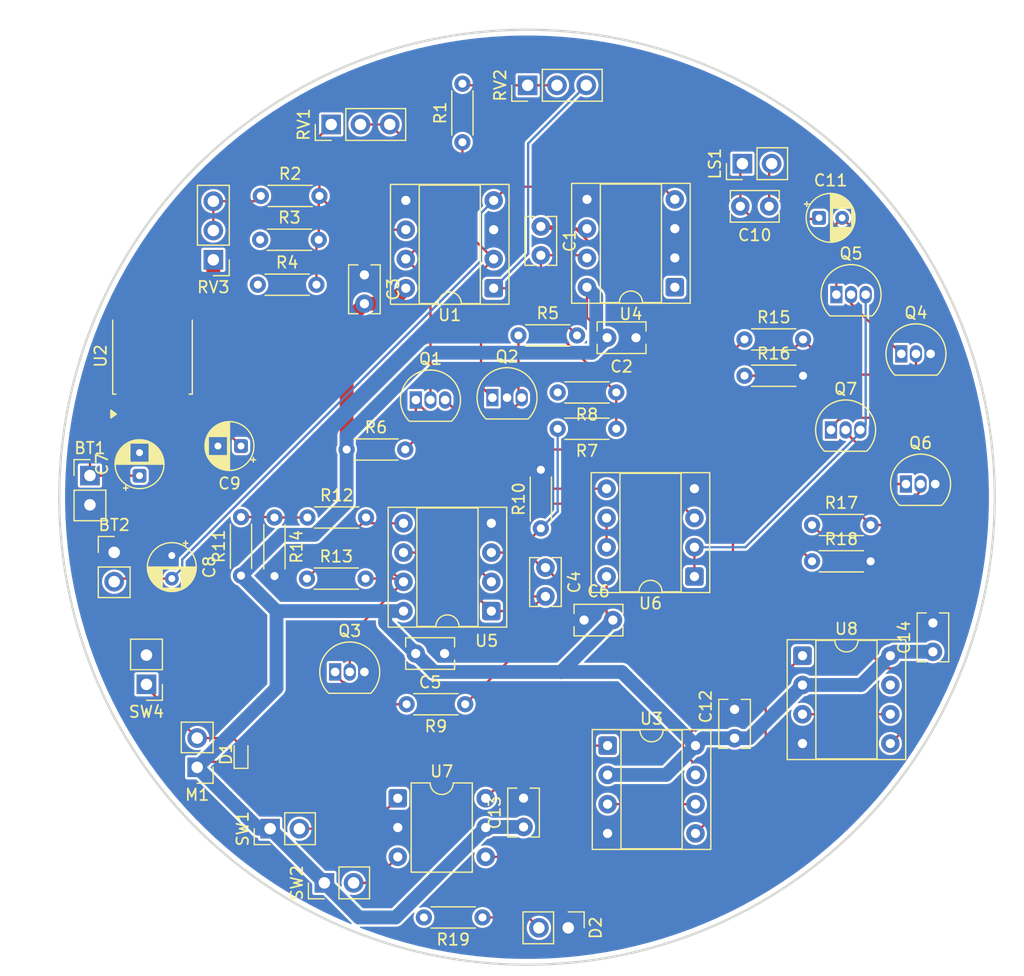
<source format=kicad_pcb>
(kicad_pcb (version 20241229) (generator "pcbnew") (generator_version "9.0")
  (layers (0 "F.Cu" signal) (2 "B.Cu" signal) (13 "F.Paste" user) (15 "B.Paste" user) (5 "F.SilkS" user "F.Silkscreen") (7 "B.SilkS" user "B.Silkscreen") (1 "F.Mask" user) (3 "B.Mask" user) (25 "Edge.Cuts" user))
  (net 0 "")
  (net 1 "Net-(BT1-+)")
  (net 2 "GND")
  (net 3 "Net-(Q1-C)")
  (net 4 "Net-(C1-Pad2)")
  (net 5 "VCC")
  (net 6 "Net-(U5B--)")
  (net 7 "Net-(U5A-+)")
  (net 8 "+5V")
  (net 9 "Net-(C10-Pad2)")
  (net 10 "Net-(C10-Pad1)")
  (net 11 "Net-(Q5-D)")
  (net 12 "Net-(D1-A)")
  (net 13 "Net-(D2-A)")
  (net 14 "/VIN")
  (net 15 "Net-(Q1-E)")
  (net 16 "Net-(Q2-C)")
  (net 17 "Net-(Q3-B)")
  (net 18 "Net-(Q3-C)")
  (net 19 "Net-(Q4-G)")
  (net 20 "Net-(Q4-D)")
  (net 21 "/TRI")
  (net 22 "Net-(Q6-G)")
  (net 23 "Net-(Q6-D)")
  (net 24 "Net-(R1-Pad2)")
  (net 25 "/KEY")
  (net 26 "Net-(U1B--)")
  (net 27 "/MOD")
  (net 28 "/LFO")
  (net 29 "/VEXPO")
  (net 30 "Net-(U5A--)")
  (net 31 "/VREF")
  (net 32 "Net-(U5B-+)")
  (net 33 "Net-(U3-Q)")
  (net 34 "Net-(U8-Q)")
  (net 35 "Net-(U7-2A)")
  (net 36 "Net-(U7-1A)")
  (net 37 "VEE")
  (net 39 "Net-(U3-C)")
  (net 40 "Net-(U3-~{CLR})")
  (net 42 "/SQUARE")
  (net 43 "Net-(U7-2Y)")
  (net 44 "Net-(U8-~{CLR})")
  (footprint "Capacitor_THT:C_Rect_L4.0mm_W2.5mm_P2.50mm" (layer "F.Cu") (at 66.3 106.95 90)
    (property "Reference" "C13")
    (property "Value" "100nF")
  )
  (footprint "Connector_PinHeader_2.54mm:PinHeader_1x02_P2.54mm_Vertical" (layer "F.Cu") (at 33.6 94.575 180)
    (property "Reference" "SW4")
    (property "Value" "SW_SPDT")
  )
  (footprint "Package_DIP:DIP-8_W7.62mm_Socket" (layer "F.Cu") (at 81.12 85.22 180)
    (property "Reference" "U6")
    (property "Value" "LM358")
  )
  (footprint "Capacitor_THT:CP_Radial_D4.0mm_P2.00mm" (layer "F.Cu") (at 41.8 73.9 180)
    (property "Reference" "C9")
    (property "Value" "10uF")
  )
  (footprint "Resistor_THT:R_Axial_DIN0204_L3.6mm_D1.6mm_P5.08mm_Horizontal" (layer "F.Cu") (at 61.24 96.3 180)
    (property "Reference" "R9")
    (property "Value" "56k")
  )
  (footprint "Resistor_THT:R_Axial_DIN0204_L3.6mm_D1.6mm_P5.08mm_Horizontal" (layer "F.Cu") (at 61 47.54 90)
    (property "Reference" "R1")
    (property "Value" "22k")
  )
  (footprint "Capacitor_THT:CP_Radial_D4.0mm_P2.00mm" (layer "F.Cu") (at 33 76.4726 90)
    (property "Reference" "C7")
    (property "Value" "10uF")
  )
  (footprint "Connector_PinHeader_2.54mm:PinHeader_1x02_P2.54mm_Vertical" (layer "F.Cu") (at 28.7 76.46)
    (property "Reference" "BT1")
    (property "Value" "Battery_Cell")
  )
  (footprint "Resistor_THT:R_Axial_DIN0204_L3.6mm_D1.6mm_P5.08mm_Horizontal" (layer "F.Cu") (at 47.56 80.1)
    (property "Reference" "R12")
    (property "Value" "56k")
  )
  (footprint "Capacitor_THT:C_Rect_L4.0mm_W2.5mm_P2.50mm" (layer "F.Cu") (at 52.5 59.05 -90)
    (property "Reference" "C3")
    (property "Value" "100nF")
  )
  (footprint "Resistor_THT:R_Axial_DIN0204_L3.6mm_D1.6mm_P5.08mm_Horizontal" (layer "F.Cu") (at 44.7 80.1 -90)
    (property "Reference" "R14")
    (property "Value" "100k")
  )
  (footprint "Capacitor_THT:CP_Radial_D4.0mm_P2.00mm" (layer "F.Cu") (at 91.927401 54.1)
    (property "Reference" "C11")
    (property "Value" "220uF")
  )
  (footprint "Capacitor_THT:C_Rect_L4.0mm_W2.5mm_P2.50mm" (layer "F.Cu") (at 59.45 91.9 180)
    (property "Reference" "C5")
    (property "Value" "100nF")
  )
  (footprint "Resistor_THT:R_Axial_DIN0204_L3.6mm_D1.6mm_P5.08mm_Horizontal" (layer "F.Cu") (at 74.34 72.4 180)
    (property "Reference" "R7")
    (property "Value" "100k")
  )
  (footprint "Package_TO_SOT_THT:TO-92_Inline" (layer "F.Cu") (at 56.96 69.9)
    (property "Reference" "Q1")
    (property "Value" "BC548")
  )
  (footprint "Connector_PinHeader_2.54mm:PinHeader_1x02_P2.54mm_Vertical" (layer "F.Cu") (at 70.175 115.7 -90)
    (property "Reference" "D2")
    (property "Value" "LED")
  )
  (footprint "Connector_PinHeader_2.54mm:PinHeader_1x03_P2.54mm_Vertical" (layer "F.Cu") (at 66.66 42.6 90)
    (property "Reference" "RV2")
    (property "Value" "10k")
  )
  (footprint "Package_TO_SOT_THT:TO-92_Inline" (layer "F.Cu") (at 99.06 65.9)
    (property "Reference" "Q4")
    (property "Value" "NMOS")
  )
  (footprint "Connector_PinHeader_2.54mm:PinHeader_1x03_P2.54mm_Vertical" (layer "F.Cu") (at 39.4 57.74 180)
    (property "Reference" "RV3")
    (property "Value" "100k")
  )
  (footprint "Resistor_THT:R_Axial_DIN0204_L3.6mm_D1.6mm_P5.08mm_Horizontal" (layer "F.Cu") (at 91.32 80.75)
    (property "Reference" "R17")
    (property "Value" "56k")
  )
  (footprint "Resistor_THT:R_Axial_DIN0204_L3.6mm_D1.6mm_P5.08mm_Horizontal" (layer "F.Cu") (at 43.46 56)
    (property "Reference" "R3")
    (property "Value" "100k")
  )
  (footprint "Package_TO_SOT_SMD:TO-252-3_TabPin2" (layer "F.Cu") (at 34.125 66.085 90)
    (property "Reference" "U2")
    (property "Value" "L7805")
  )
  (footprint "Connector_PinHeader_2.54mm:PinHeader_1x02_P2.54mm_Vertical" (layer "F.Cu") (at 44.325 107.1 90)
    (property "Reference" "SW1")
    (property "Value" "SW_Push")
  )
  (footprint "Package_TO_SOT_THT:TO-92_Inline" (layer "F.Cu") (at 63.6 69.7)
    (property "Reference" "Q2")
    (property "Value" "BC548")
  )
  (footprint "Resistor_THT:R_Axial_DIN0204_L3.6mm_D1.6mm_P5.08mm_Horizontal" (layer "F.Cu") (at 43.26 59.9)
    (property "Reference" "R4")
    (property "Value" "100k")
  )
  (footprint "Package_DIP:DIP-8_W7.62mm_Socket" (layer "F.Cu") (at 63.71 60.21 180)
    (property "Reference" "U1")
    (property "Value" "LM358")
  )
  (footprint "Resistor_THT:R_Axial_DIN0204_L3.6mm_D1.6mm_P5.08mm_Horizontal" (layer "F.Cu") (at 43.52 52.2)
    (property "Reference" "R2")
    (property "Value" "100k")
  )
  (footprint "Capacitor_THT:C_Rect_L4.0mm_W2.5mm_P2.50mm" (layer "F.Cu") (at 71.55 89)
    (property "Reference" "C6")
    (property "Value" "100nF")
  )
  (footprint "Capacitor_THT:C_Rect_L4.0mm_W2.5mm_P2.50mm" (layer "F.Cu") (at 84.6 99.25 90)
    (property "Reference" "C12")
    (property "Value" "100nF")
  )
  (footprint "Connector_PinHeader_2.54mm:PinHeader_1x02_P2.54mm_Vertical" (layer "F.Cu") (at 85.275 49.4 90)
    (property "Reference" "LS1")
    (property "Value" "Speaker")
  )
  (footprint "Package_TO_SOT_THT:TO-92_Inline" (layer "F.Cu") (at 49.96 93.5)
    (property "Reference" "Q3")
    (property "Value" "BC548")
  )
  (footprint "Resistor_THT:R_Axial_DIN0204_L3.6mm_D1.6mm_P5.08mm_Horizontal" (layer "F.Cu") (at 67.8 81.04 90)
    (property "Reference" "R10")
    (property "Value" "56k")
  )
  (footprint "Diode_SMD:D_SOD-523" (layer "F.Cu") (at 41.8 100.6 90)
    (property "Reference" "D1")
    (property "Value" "1N4148WT")
  )
  (footprint "Package_TO_SOT_THT:TO-92_Inline" (layer "F.Cu") (at 99.46 77.2)
    (property "Reference" "Q6")
    (property "Value" "NMOS")
  )
  (footprint "Package_TO_SOT_THT:TO-92_Inline" (layer "F.Cu") (at 92.96 72.5)
    (property "Reference" "Q7")
    (property "Value" "PMOS")
  )
  (footprint "Resistor_THT:R_Axial_DIN0204_L3.6mm_D1.6mm_P5.08mm_Horizontal" (layer "F.Cu") (at 62.74 114.8 180)
    (property "Reference" "R19")
    (property "Value" "1k")
  )
  (footprint "Connector_PinHeader_2.54mm:PinHeader_1x02_P2.54mm_Vertical" (layer "F.Cu") (at 38 101.775 180)
    (property "Reference" "M1")
    (property "Value" "Fan")
  )
  (footprint "Resistor_THT:R_Axial_DIN0204_L3.6mm_D1.6mm_P5.08mm_Horizontal" (layer "F.Cu") (at 85.46 64.65)
    (property "Reference" "R15")
    (property "Value" "56k")
  )
  (footprint "Capacitor_THT:C_Rect_L4.0mm_W2.5mm_P2.50mm" (layer "F.Cu") (at 67.8 54.85 -90)
    (property "Reference" "C1")
    (property "Value" "1nf")
  )
  (footprint "Capacitor_THT:C_Rect_L4.0mm_W2.5mm_P2.50mm" (layer "F.Cu") (at 87.6 53.1 180)
    (property "Reference" "C10")
    (property "Value" "4.7nF")
  )
  (footprint "Resistor_THT:R_Axial_DIN0204_L3.6mm_D1.6mm_P5.08mm_Horizontal" (layer "F.Cu") (at 74.34 69.25 180)
    (property "Reference" "R8")
    (property "Value" "56k")
  )
  (footprint "Capacitor_THT:C_Rect_L4.0mm_W2.5mm_P2.50mm" (layer "F.Cu") (at 68.2 84.45 -90)
    (property "Reference" "C4")
    (property "Value" "4nF")
  )
  (footprint "Connector_PinHeader_2.54mm:PinHeader_1x03_P2.54mm_Vertical" (layer "F.Cu") (at 49.62 46 90)
    (property "Reference" "RV1")
    (property "Value" "10k")
  )
  (footprint "Connector_PinHeader_2.54mm:PinHeader_1x02_P2.54mm_Vertical" (layer "F.Cu") (at 49.025 111.8 90)
    (property "Reference" "SW2")
    (property "Value" "SW_Push")
  )
  (footprint "Resistor_THT:R_Axial_DIN0204_L3.6mm_D1.6mm_P5.08mm_Horizontal" (layer "F.Cu") (at 65.86 64.3)
    (property "Reference" "R5")
    (property "Value" "1k")
  )
  (footprint "Capacitor_THT:C_Rect_L4.0mm_W2.5mm_P2.50mm" (layer "F.Cu") (at 101.8 91.75 90)
    (property "Reference" "C14")
    (property "Value" "100nF")
  )
  (footprint "Package_TO_SOT_THT:TO-92_Inline" (layer "F.Cu") (at 93.43 60.76)
    (property "Reference" "Q5")
    (property "Value" "PMOS")
  )
  (footprint "Package_DIP:DIP-6_W7.62mm" (layer "F.Cu") (at 55.395 104.46)
    (property "Reference" "U7")
    (property "Value" "Inverter_Schmitt_Dual")
  )
  (footprint "Resistor_THT:R_Axial_DIN0204_L3.6mm_D1.6mm_P5.08mm_Horizontal" (layer "F.Cu") (at 41.8 85.14 90)
    (property "Reference" "R11")
    (property "Value" "100k")
  )
  (footprint "Resistor_THT:R_Axial_DIN0204_L3.6mm_D1.6mm_P5.08mm_Horizontal" (layer "F.Cu") (at 50.96 74.2)
    (property "Reference" "R6")
    (property "Value" "1M")
  )
  (footprint "Capacitor_THT:C_Rect_L4.0mm_W2.5mm_P2.50mm" (layer "F.Cu") (at 76.05 64.5 180)
    (property "Reference" "C2")
    (property "Value" "100nF")
  )
  (footprint "Package_DIP:DIP-8_W7.62mm_Socket" (layer "F.Cu") (at 73.59 99.89)
    (property "Reference" "U3")
    (property "Value" "74AUC1G74")
  )
  (footprint "Resistor_THT:R_Axial_DIN0204_L3.6mm_D1.6mm_P5.08mm_Horizontal" (layer "F.Cu") (at 47.52 85.4)
    (property "Reference" "R13")
    (property "Value" "100k")
  )
  (footprint "Resistor_THT:R_Axial_DIN0204_L3.6mm_D1.6mm_P5.08mm_Horizontal" (layer "F.Cu") (at 91.32 83.9)
    (property "Reference" "R18")
    (property "Value" "100k")
  )
  (footprint "Package_DIP:DIP-8_W7.62mm_Socket" (layer "F.Cu") (at 63.51 88.22 180)
    (property "Reference" "U5")
    (property "Value" "LM358")
  )
  (footprint "Package_DIP:DIP-8_W7.62mm_Socket" (layer "F.Cu") (at 90.49 92.09)
    (property "Reference" "U8")
    (property "Value" "74AUC1G74")
  )
  (footprint "Package_DIP:DIP-8_W7.62mm_Socket" (layer "F.Cu") (at 79.42 60.12 180)
    (property "Reference" "U4")
    (property "Value" "LM358")
  )
  (footprint "Capacitor_THT:CP_Radial_D4.0mm_P2.00mm" (layer "F.Cu") (at 35.8 83.4 -90)
    (property "Reference" "C8")
    (property "Value" "10uF")
  )
  (footprint "Connector_PinHeader_2.54mm:PinHeader_1x02_P2.54mm_Vertical" (layer "F.Cu") (at 30.8 83.125)
    (property "Reference" "BT2")
    (property "Value" "Battery_Cell")
  )
  (footprint "Resistor_THT:R_Axial_DIN0204_L3.6mm_D1.6mm_P5.08mm_Horizontal" (layer "F.Cu") (at 85.46 67.8)
    (property "Reference" "R16")
    (property "Value" "100k")
  )
  (gr_circle (center 66.6 78.338753) (end 91.29 110.519782) (stroke (width 0.2)) (fill no) (layer "Edge.Cuts"))
  (segment (start 28.7 76.46) (end 28.7 74.27) (width 0.2) (layer "F.Cu") (net 1))
  (segment (start 33 76.4726) (end 28.7126 76.4726) (width 0.2) (layer "F.Cu") (net 1))
  (segment (start 28.7 74.27) (end 31.845 71.125) (width 0.2) (layer "F.Cu") (net 1))
  (segment (start 28.7126 76.4726) (end 28.7 76.46) (width 0.2) (layer "F.Cu") (net 1))
  (segment (start 31.075 83.4) (end 30.8 83.125) (width 0.2) (layer "F.Cu") (net 2))
  (segment (start 74.34 55.04) (end 71.8 52.5) (width 0.2) (layer "F.Cu") (net 2))
  (segment (start 34.125 71.125) (end 34.125 73.3476) (width 0.2) (layer "F.Cu") (net 2))
  (segment (start 79.42 57.58) (end 79.42 55.04) (width 0.2) (layer "F.Cu") (net 2))
  (segment (start 28.7 79) (end 30.8 81.1) (width 0.2) (layer "F.Cu") (net 2))
  (segment (start 36.9 73.9) (end 34.125 71.125) (width 0.2) (layer "F.Cu") (net 2))
  (segment (start 34.125 73.3476) (end 33 74.4726) (width 0.2) (layer "F.Cu") (net 2))
  (segment (start 34.125 71.125) (end 34.125 64.825) (width 0.2) (layer "F.Cu") (net 2))
  (segment (start 30.8 81.1) (end 30.8 83.125) (width 0.2) (layer "F.Cu") (net 2))
  (segment (start 39.8 73.9) (end 36.9 73.9) (width 0.2) (layer "F.Cu") (net 2))
  (segment (start 35.8 83.4) (end 31.075 83.4) (width 0.2) (layer "F.Cu") (net 2))
  (segment (start 79.42 55.04) (end 74.34 55.04) (width 0.2) (layer "F.Cu") (net 2))
  (segment (start 61.13686 74.2) (end 56.96 70.02314) (width 0.2) (layer "F.Cu") (net 3))
  (segment (start 74.754628 58.977578) (end 74.754628 66.954628) (width 0.2) (layer "F.Cu") (net 3))
  (segment (start 56.96 73.28) (end 56.04 74.2) (width 0.2) (layer "F.Cu") (net 3))
  (segment (start 75.7 73) (end 74.5 74.2) (width 0.2) (layer "F.Cu") (net 3))
  (segment (start 74.754628 66.954628) (end 75.7 67.9) (width 0.2) (layer "F.Cu") (net 3))
  (segment (start 56.96 70.02314) (end 56.96 69.9) (width 0.2) (layer "F.Cu") (net 3))
  (segment (start 70.62705 54.85) (end 74.754628 58.977578) (width 0.2) (layer "F.Cu") (net 3))
  (segment (start 56.96 69.9) (end 56.96 73.28) (width 0.2) (layer "F.Cu") (net 3))
  (segment (start 75.7 67.9) (end 75.7 73) (width 0.2) (layer "F.Cu") (net 3))
  (segment (start 71.8 55.04) (end 67.99 55.04) (width 0.2) (layer "F.Cu") (net 3))
  (segment (start 74.5 74.2) (end 61.13686 74.2) (width 0.2) (layer "F.Cu") (net 3))
  (segment (start 67.8 54.85) (end 70.62705 54.85) (width 0.2) (layer "F.Cu") (net 3))
  (segment (start 67.99 55.04) (end 67.8 54.85) (width 0.2) (layer "F.Cu") (net 3))
  (segment (start 70.94 64.3) (end 67.8 61.16) (width 0.2) (layer "F.Cu") (net 4))
  (segment (start 67.8 57.35) (end 71.57 57.35) (width 0.2) (layer "F.Cu") (net 4))
  (segment (start 71.57 57.35) (end 71.8 57.58) (width 0.2) (layer "F.Cu") (net 4))
  (segment (start 67.8 61.16) (end 67.8 57.35) (width 0.2) (layer "F.Cu") (net 4))
  (segment (start 41.8 101.3) (end 38.475 101.3) (width 0.2) (layer "F.Cu") (net 5))
  (segment (start 52.5 61.55) (end 54.75 61.55) (width 1.2) (layer "F.Cu") (net 5))
  (segment (start 66.25 107) (end 66.3 106.95) (width 0.2) (layer "F.Cu") (net 5))
  (segment (start 71.8 62.75) (end 73.55 64.5) (width 0.2) (layer "F.Cu") (net 5))
  (segment (start 39.4 59.79) (end 42.7 63.09) (width 1.2) (layer "F.Cu") (net 5))
  (segment (start 73.5 85.22) (end 73.5 88.45) (width 0.2) (layer "F.Cu") (net 5))
  (segment (start 38.475 101.3) (end 38 101.775) (width 0.2) (layer "F.Cu") (net 5))
  (segment (start 50.96 63.09) (end 52.5 61.55) (width 1.2) (layer "F.Cu") (net 5))
  (segment (start 54.75 61.55) (end 56.09 60.21) (width 1.2) (layer "F.Cu") (net 5))
  (segment (start 73.5 88.45) (end 74.05 89) (width 0.2) (layer "F.Cu") (net 5))
  (segment (start 42.7 63.09) (end 50.96 63.09) (width 1.2) (layer "F.Cu") (net 5))
  (segment (start 39.4 57.74) (end 39.4 59.79) (width 1.2) (layer "F.Cu") (net 5))
  (segment (start 50.96 74.2) (end 50.96 63.09) (width 1.2) (layer "F.Cu") (net 5))
  (segment (start 71.8 60.12) (end 71.8 62.75) (width 0.2) (layer "F.Cu") (net 5))
  (segment (start 101.46 92.09) (end 101.8 91.75) (width 0.2) (layer "F.Cu") (net 5))
  (segment (start 54.3 88.22) (end 54.3 89.25) (width 1.2) (layer "B.Cu") (net 5))
  (segment (start 90.49 94.63) (end 95.57 94.63) (width 1.2) (layer "B.Cu") (net 5))
  (segment (start 44.88 94.895) (end 38 101.775) (width 1.2) (layer "B.Cu") (net 5))
  (segment (start 61.9075 108.1075) (end 63.065 106.95) (width 1.2) (layer "B.Cu") (net 5))
  (segment (start 63.065 106.95) (end 64.5 106.95) (width 1.2) (layer "B.Cu") (net 5))
  (segment (start 69.549 93.501) (end 74.05 89) (width 1.2) (layer "B.Cu") (net 5))
  (segment (start 79.55 101.55) (end 81.21 99.89) (width 1.2) (layer "B.Cu") (net 5))
  (segment (start 50.96 73.023) (end 58.182 65.801) (width 1.2) (layer "B.Cu") (net 5))
  (segment (start 84.6 99.25) (end 85.87 99.25) (width 1.2) (layer "B.Cu") (net 5))
  (segment (start 96.8 93.4) (end 98.11 92.09) (width 1.2) (layer "B.Cu") (net 5))
  (segment (start 55.215 114.8) (end 61.9075 108.1075) (width 1.2) (layer "B.Cu") (net 5))
  (segment (start 56.95 91.9) (end 58.551 93.501) (width 1.2) (layer "B.Cu") (net 5))
  (segment (start 73.59 102.43) (end 78.67 102.43) (width 1.2) (layer "B.Cu") (net 5))
  (segment (start 72.249 65.801) (end 72.599999 65.450001) (width 1.2) (layer "B.Cu") (net 5))
  (segment (start 43.325 107.1) (end 38 101.775) (width 1.2) (layer "B.Cu") (net 5))
  (segment (start 41.8 85.14) (end 44.88 88.22) (width 1.2) (layer "B.Cu") (net 5))
  (segment (start 44.88 88.22) (end 44.88 94.895) (width 1.2) (layer "B.Cu") (net 5))
  (segment (start 44.88 88.22) (end 54.3 88.22) (width 1.2) (layer "B.Cu") (net 5))
  (segment (start 72.249 65.801) (end 73.55 64.5) (width 1.2) (layer "B.Cu") (net 5))
  (segment (start 61.9075 108.1075) (end 63.015 107) (width 1.2) (layer "B.Cu") (net 5))
  (segment (start 72.599999 65.450001) (end 72.599999 60.919999) (width 1.2) (layer "B.Cu") (net 5))
  (segment (start 44.325 107.1) (end 49.025 111.8) (width 1.2) (layer "B.Cu") (net 5))
  (segment (start 45.339 81.601) (end 48.181735 81.601) (width 1.2) (layer "B.Cu") (net 5))
  (segment (start 48.181735 81.601) (end 50.96 78.822735) (width 1.2) (layer "B.Cu") (net 5))
  (segment (start 85.87 99.25) (end 90.49 94.63) (width 1.2) (layer "B.Cu") (net 5))
  (segment (start 79.55 101.55) (end 81.85 99.25) (width 1.2) (layer "B.Cu") (net 5))
  (segment (start 78.67 102.43) (end 79.55 101.55) (width 1.2) (layer "B.Cu") (net 5))
  (segment (start 52.025 114.8) (end 55.215 114.8) (width 1.2) (layer "B.Cu") (net 5))
  (segment (start 54.3 89.25) (end 56.95 91.9) (width 1.2) (layer "B.Cu") (net 5))
  (segment (start 74.821 93.501) (end 81.21 99.89) (width 1.2) (layer "B.Cu") (net 5))
  (segment (start 54.3 88.22) (end 55.89 88.22) (width 1.2) (layer "B.Cu") (net 5))
  (segment (start 69.549 93.501) (end 74.821 93.501) (width 1.2) (layer "B.Cu") (net 5))
  (segment (start 44.325 107.1) (end 43.325 107.1) (width 1.2) (layer "B.Cu") (net 5))
  (segment (start 98.45 91.75) (end 101.8 91.75) (width 1.2) (layer "B.Cu") (net 5))
  (segment (start 58.551 93.501) (end 69.549 93.501) (width 1.2) (layer "B.Cu") (net 5))
  (segment (start 41.8 85.14) (end 45.339 81.601) (width 1.2) (layer "B.Cu") (net 5))
  (segment (start 81.85 99.25) (end 84.6 99.25) (width 1.2) (layer "B.Cu") (net 5))
  (segment (start 95.57 94.63) (end 96.8 93.4) (width 1.2) (layer "B.Cu") (net 5))
  (segment (start 50.96 78.822735) (end 50.96 74.2) (width 1.2) (layer "B.Cu") (net 5))
  (segment (start 58.182 65.801) (end 72.249 65.801) (width 1.2) (layer "B.Cu") (net 5))
  (segment (start 50.96 74.2) (end 50.96 73.023) (width 1.2) (layer "B.Cu") (net 5))
  (segment (start 96.8 93.4) (end 98.45 91.75) (width 1.2) (layer "B.Cu") (net 5))
  (segment (start 64.5 106.95) (end 66.3 106.95) (width 1.2) (layer "B.Cu") (net 5))
  (segment (start 49.025 111.8) (end 52.025 114.8) (width 1.2) (layer "B.Cu") (net 5))
  (segment (start 72.599999 60.919999) (end 71.8 60.12) (width 1.2) (layer "B.Cu") (net 5))
  (segment (start 61.5 85.22705) (end 63.22295 86.95) (width 0.2) (layer "F.Cu") (net 6))
  (segment (start 58.43 83.14) (end 63.51 88.22) (width 0.2) (layer "F.Cu") (net 6))
  (segment (start 67.75 87.25) (end 66.78 88.22) (width 0.2) (layer "F.Cu") (net 6))
  (segment (start 63.1 78.9) (end 61.5 80.5) (width 0.2) (layer "F.Cu") (net 6))
  (segment (start 66.78 88.22) (end 63.51 88.22) (width 0.2) (layer "F.Cu") (net 6))
  (segment (start 55.89 83.14) (end 58.43 83.14) (width 0.2) (layer "F.Cu") (net 6))
  (segment (start 79.88 78.9) (end 63.1 78.9) (width 0.2) (layer "F.Cu") (net 6))
  (segment (start 63.22295 86.95) (end 68.2 86.95) (width 0.2) (layer "F.Cu") (net 6))
  (segment (start 81.12 80.14) (end 79.88 78.9) (width 0.2) (layer "F.Cu") (net 6))
  (segment (start 61.5 80.5) (end 61.5 85.22705) (width 0.2) (layer "F.Cu") (net 6))
  (segment (start 68.2 87.25) (end 67.75 87.25) (width 0.2) (layer "F.Cu") (net 6))
  (segment (start 63.51 83.14) (end 66.59 83.14) (width 0.2) (layer "F.Cu") (net 7))
  (segment (start 69.301 85.551) (end 68.2 84.45) (width 0.2) (layer "F.Cu") (net 7))
  (segment (start 61.24 96.3) (end 69.301 88.239) (width 0.2) (layer "F.Cu") (net 7))
  (segment (start 66.59 83.14) (end 68.2 84.75) (width 0.2) (layer "F.Cu") (net 7))
  (segment (start 69.301 88.299) (end 69.301 88.239) (width 0.2) (layer "F.Cu") (net 7))
  (segment (start 69.301 88.239) (end 69.301 85.551) (width 0.2) (layer "F.Cu") (net 7))
  (segment (start 41.8 73.9) (end 39.025 71.125) (width 0.2) (layer "F.Cu") (net 8))
  (segment (start 39.025 71.125) (end 36.405 71.125) (width 0.2) (layer "F.Cu") (net 8))
  (segment (start 91.927401 54.1) (end 91.826401 54.201) (width 0.2) (layer "F.Cu") (net 9))
  (segment (start 86.201 54.201) (end 85.1 53.1) (width 0.2) (layer "F.Cu") (net 9))
  (segment (start 85.1 53.1) (end 85.1 49.575) (width 0.2) (layer "F.Cu") (net 9))
  (segment (start 85.1 49.575) (end 85.275 49.4) (width 0.2) (layer "F.Cu") (net 9))
  (segment (start 91.826401 54.201) (end 86.201 54.201) (width 0.2) (layer "F.Cu") (net 9))
  (segment (start 87.6 53.1) (end 87.6 49.615) (width 0.2) (layer "F.Cu") (net 10))
  (segment (start 87.6 49.615) (end 87.815 49.4) (width 0.2) (layer "F.Cu") (net 10))
  (segment (start 97.44414 71.449) (end 93.786 71.449) (width 0.2) (layer "F.Cu") (net 11))
  (segment (start 93.43 54.597401) (end 93.43 60.76) (width 0.2) (layer "F.Cu") (net 11))
  (segment (start 92.96 72.275) (end 92.96 72.5) (width 0.2) (layer "F.Cu") (net 11))
  (segment (start 102.426 62.598599) (end 102.426 66.46714) (width 0.2) (layer "F.Cu") (net 11))
  (segment (start 93.927401 54.1) (end 102.426 62.598599) (width 0.2) (layer "F.Cu") (net 11))
  (segment (start 93.927401 54.1) (end 93.43 54.597401) (width 0.2) (layer "F.Cu") (net 11))
  (segment (start 102.426 66.46714) (end 97.44414 71.449) (width 0.2) (layer "F.Cu") (net 11))
  (segment (start 93.786 71.449) (end 92.96 72.275) (width 0.2) (layer "F.Cu") (net 11))
  (segment (start 41.135 99.235) (end 41.8 99.9) (width 0.2) (layer "F.Cu") (net 12))
  (segment (start 38 99.235) (end 41.135 99.235) (width 0.2) (layer "F.Cu") (net 12))
  (segment (start 33.6 94.835) (end 38 99.235) (width 0.2) (layer "F.Cu") (net 12))
  (segment (start 33.6 94.575) (end 33.6 94.835) (width 0.2) (layer "F.Cu") (net 12))
  (segment (start 66.735 114.8) (end 67.635 115.7) (width 0.2) (layer "F.Cu") (net 13))
  (segment (start 62.74 114.8) (end 66.735 114.8) (width 0.2) (layer "F.Cu") (net 13))
  (segment (start 57.191 48.491) (end 57.191 56.569) (width 0.2) (layer "F.Cu") (net 14))
  (segment (start 52.16 46) (end 54.7 46) (width 0.2) (layer "F.Cu") (net 14))
  (segment (start 58.23 59.81) (end 58.23 69.9) (width 0.2) (layer "F.Cu") (net 14))
  (segment (start 56.09 57.67) (end 58.23 59.81) (width 0.2) (layer "F.Cu") (net 14))
  (segment (start 57.191 56.569) (end 56.09 57.67) (width 0.2) (layer "F.Cu") (net 14))
  (segment (start 54.7 46) (end 57.191 48.491) (width 0.2) (layer "F.Cu") (net 14))
  (segment (start 65.86 64.3) (end 65.86 69.42) (width 0.2) (layer "F.Cu") (net 15))
  (segment (start 59.5 69.9) (end 60.351 70.751) (width 0.2) (layer "F.Cu") (net 15))
  (segment (start 66.14 69.925) (end 66.14 69.7) (width 0.2) (layer "F.Cu") (net 15))
  (segment (start 60.351 70.751) (end 65.314 70.751) (width 0.2) (layer "F.Cu") (net 15))
  (segment (start 65.314 70.751) (end 66.14 69.925) (width 0.2) (layer "F.Cu") (net 15))
  (segment (start 65.86 69.42) (end 66.14 69.7) (width 0.2) (layer "F.Cu") (net 15))
  (segment (start 62.609 58.771) (end 63.71 57.67) (width 0.2) (layer "F.Cu") (net 16))
  (segment (start 61 47.54) (end 61 54.96) (width 0.2) (layer "F.Cu") (net 16))
  (segment (start 62.609 68.709) (end 62.609 58.771) (width 0.2) (layer "F.Cu") (net 16))
  (segment (start 61 54.96) (end 63.71 57.67) (width 0.2) (layer "F.Cu") (net 16))
  (segment (start 63.6 69.7) (end 62.609 68.709) (width 0.2) (layer "F.Cu") (net 16))
  (segment (start 55.769 85.68) (end 55.89 85.68) (width 0.2) (layer "F.Cu") (net 17))
  (segment (start 55.43395 82.039) (end 54.7 82.77295) (width 0.2) (layer "F.Cu") (net 17))
  (segment (start 54.7 84.611) (end 55.769 85.68) (width 0.2) (layer "F.Cu") (net 17))
  (segment (start 55.61 85.4) (end 55.89 85.68) (width 0.2) (layer "F.Cu") (net 17))
  (segment (start 60.78505 77.6) (end 56.34605 82.039) (width 0.2) (layer "F.Cu") (net 17))
  (segment (start 51.23 90.34) (end 55.345 86.225) (width 0.2) (layer "F.Cu") (net 17))
  (segment (start 73.5 77.6) (end 60.78505 77.6) (width 0.2) (layer "F.Cu") (net 17))
  (segment (start 56.34605 82.039) (end 55.43395 82.039) (width 0.2) (layer "F.Cu") (net 17))
  (segment (start 51.23 93.5) (end 51.23 90.34) (width 0.2) (layer "F.Cu") (net 17))
  (segment (start 52.6 85.4) (end 55.61 85.4) (width 0.2) (layer "F.Cu") (net 17))
  (segment (start 54.7 82.77295) (end 54.7 84.611) (width 0.2) (layer "F.Cu") (net 17))
  (segment (start 56.16 96.3) (end 52.535 96.3) (width 0.2) (layer "F.Cu") (net 18))
  (segment (start 49.96 93.725) (end 49.96 93.5) (width 0.2) (layer "F.Cu") (net 18))
  (segment (start 52.535 96.3) (end 49.96 93.725) (width 0.2) (layer "F.Cu") (net 18))
  (segment (start 100.33 66.85) (end 100.33 65.9) (width 0.2) (layer "F.Cu") (net 19))
  (segment (start 99.48 67.7) (end 100.33 66.85) (width 0.2) (layer "F.Cu") (net 19))
  (segment (start 85.46 67.8) (end 87.39 67.8) (width 0.2) (layer "F.Cu") (net 19))
  (segment (start 90.54 64.65) (end 93.59 67.7) (width 0.2) (layer "F.Cu") (net 19))
  (segment (start 93.59 67.7) (end 99.48 67.7) (width 0.2) (layer "F.Cu") (net 19))
  (segment (start 87.39 67.8) (end 90.54 64.65) (width 0.2) (layer "F.Cu") (net 19))
  (segment (start 99.06 65.9) (end 94.7 61.54) (width 0.2) (layer "F.Cu") (net 20))
  (segment (start 94.7 61.54) (end 94.7 60.76) (width 0.2) (layer "F.Cu") (net 20))
  (segment (start 81.12 82.68) (end 81.12 85.22) (width 0.2) (layer "F.Cu") (net 21))
  (segment (start 95.97 72.03) (end 95.5 72.5) (width 0.2) (layer "B.Cu") (net 21))
  (segment (start 85.545 82.68) (end 81.12 82.68) (width 0.2) (layer "B.Cu") (net 21))
  (segment (start 95.97 60.76) (end 95.97 72.03) (width 0.2) (layer "B.Cu") (net 21))
  (segment (start 95.5 72.5) (end 95.5 72.725) (width 0.2) (layer "B.Cu") (net 21))
  (segment (start 95.5 72.725) (end 85.545 82.68) (width 0.2) (layer "B.Cu") (net 21))
  (segment (start 90.319 82.899) (end 90.319 80.335372) (width 0.2) (layer "F.Cu") (net 22))
  (segment (start 97.787 80.75) (end 100.73 77.807) (width 0.2) (layer "F.Cu") (net 22))
  (segment (start 90.319 80.335372) (end 90.905372 79.749) (width 0.2) (layer "F.Cu") (net 22))
  (segment (start 100.73 77.807) (end 100.73 77.2) (width 0.2) (layer "F.Cu") (net 22))
  (segment (start 91.32 83.9) (end 90.319 82.899) (width 0.2) (layer "F.Cu") (net 22))
  (segment (start 95.399 79.749) (end 96.4 80.75) (width 0.2) (layer "F.Cu") (net 22))
  (segment (start 96.4 80.75) (end 97.787 80.75) (width 0.2) (layer "F.Cu") (net 22))
  (segment (start 90.905372 79.749) (end 95.399 79.749) (width 0.2) (layer "F.Cu") (net 22))
  (segment (start 94.23 72.695) (end 94.23 72.5) (width 0.2) (layer "F.Cu") (net 23))
  (segment (start 99.46 77.2) (end 98.735 77.2) (width 0.2) (layer "F.Cu") (net 23))
  (segment (start 98.735 77.2) (end 94.23 72.695) (width 0.2) (layer "F.Cu") (net 23))
  (segment (start 61.14 42.6) (end 61 42.46) (width 0.2) (layer "F.Cu") (net 24))
  (segment (start 69.2 42.6) (end 61.14 42.6) (width 0.2) (layer "F.Cu") (net 24))
  (segment (start 39.4 52.66) (end 43.06 52.66) (width 0.2) (layer "F.Cu") (net 25))
  (segment (start 39.4 52.66) (end 39.4 55.2) (width 0.2) (layer "F.Cu") (net 25))
  (segment (start 43.06 52.66) (end 43.52 52.2) (width 0.2) (layer "F.Cu") (net 25))
  (segment (start 48.34 59.9) (end 48.34 56.2) (width 0.2) (layer "F.Cu") (net 26))
  (segment (start 48.6 52.2) (end 51.53 55.13) (width 0.2) (layer "F.Cu") (net 26))
  (segment (start 48.54 52.26) (end 48.6 52.2) (width 0.2) (layer "F.Cu") (net 26))
  (segment (start 48.54 56) (end 48.54 52.26) (width 0.2) (layer "F.Cu") (net 26))
  (segment (start 48.34 56.2) (end 48.54 56) (width 0.2) (layer "F.Cu") (net 26))
  (segment (start 51.53 55.13) (end 56.09 55.13) (width 0.2) (layer "F.Cu") (net 26))
  (segment (start 48.6 47.02) (end 49.62 46) (width 0.2) (layer "F.Cu") (net 26))
  (segment (start 48.6 52.2) (end 48.6 47.02) (width 0.2) (layer "F.Cu") (net 26))
  (segment (start 74.34 69.25) (end 74.34 72.4) (width 0.2) (layer "F.Cu") (net 29))
  (segment (start 65.3 60.21) (end 63.71 60.21) (width 0.2) (layer "F.Cu") (net 29))
  (segment (start 74.34 69.25) (end 65.3 60.21) (width 0.2) (layer "F.Cu") (net 29))
  (segment (start 63.71 60.21) (end 66.699 57.221) (width 0.2) (layer "B.Cu") (net 29))
  (segment (start 66.699 57.221) (end 66.699 47.641) (width 0.2) (layer "B.Cu") (net 29))
  (segment (start 66.699 47.641) (end 71.74 42.6) (width 0.2) (layer "B.Cu") (net 29))
  (segment (start 67.139 81.701) (end 67.8 81.04) (width 0.2) (layer "F.Cu") (net 30))
  (segment (start 63.51 85.68) (end 62.409 84.579) (width 0.2) (layer "F.Cu") (net 30))
  (segment (start 62.409 84.579) (end 62.409 82.68395) (width 0.2) (layer "F.Cu") (net 30))
  (segment (start 62.409 82.68395) (end 63.39195 81.701) (width 0.2) (layer "F.Cu") (net 30))
  (segment (start 63.39195 81.701) (end 67.139 81.701) (width 0.2) (layer "F.Cu") (net 30))
  (segment (start 67.8 81.04) (end 69.26 79.58) (width 0.2) (layer "B.Cu") (net 30))
  (segment (start 69.26 79.58) (end 69.26 72.4) (width 0.2) (layer "B.Cu") (net 30))
  (segment (start 44.7 80.1) (end 47.56 80.1) (width 0.2) (layer "F.Cu") (net 31))
  (segment (start 44.6 80.1) (end 44.56 80.06) (width 0.2) (layer "F.Cu") (net 31))
  (segment (start 44.56 80.06) (end 41.8 80.06) (width 0.2) (layer "F.Cu") (net 31))
  (segment (start 44.7 80.1) (end 44.6 80.1) (width 0.2) (layer "F.Cu") (net 31))
  (segment (start 47.52 85.4) (end 52.64 80.28) (width 0.2) (layer "F.Cu") (net 32))
  (segment (start 55.89 80.6) (end 53.14 80.6) (width 0.2) (layer "F.Cu") (net 32))
  (segment (start 52.64 80.28) (end 52.64 80.1) (width 0.2) (layer "F.Cu") (net 32))
  (segment (start 53.14 80.6) (end 52.64 80.1) (width 0.2) (layer "F.Cu") (net 32))
  (segment (start 84.459 95.08395) (end 80.109 99.43395) (width 0.2) (layer "F.Cu") (net 33))
  (segment (start 85.46 64.65) (end 84.459 65.651) (width 0.2) (layer "F.Cu") (net 33))
  (segment (start 84.459 65.651) (end 84.459 95.08395) (width 0.2) (layer "F.Cu") (net 33))
  (segment (start 80.109 99.43395) (end 80.109 100.438) (width 0.2) (layer "F.Cu") (net 33))
  (segment (start 80.109 100.438) (end 81 101.329) (width 0.2) (layer "F.Cu") (net 33))
  (segment (start 81 101.329) (end 81.66605 101.329) (width 0.2) (layer "F.Cu") (net 33))
  (segment (start 81.66605 101.329) (end 82.311 101.97395) (width 0.2) (layer "F.Cu") (net 33))
  (segment (start 82.311 106.409) (end 81.21 107.51) (width 0.2) (layer "F.Cu") (net 33))
  (segment (start 82.311 101.97395) (end 82.311 106.409) (width 0.2) (layer "F.Cu") (net 33))
  (segment (start 98.11 99.71) (end 99.3 98.52) (width 0.2) (layer "F.Cu") (net 34))
  (segment (start 97.65395 93.191) (end 92.321 87.85805) (width 0.2) (layer "F.Cu") (net 34))
  (segment (start 98.22805 93.191) (end 97.65395 93.191) (width 0.2) (layer "F.Cu") (net 34))
  (segment (start 92.321 87.85805) (end 92.321 81.751) (width 0.2) (layer "F.Cu") (net 34))
  (segment (start 92.321 81.751) (end 91.32 80.75) (width 0.2) (layer "F.Cu") (net 34))
  (segment (start 99.3 94.26295) (end 98.22805 93.191) (width 0.2) (layer "F.Cu") (net 34))
  (segment (start 99.3 98.52) (end 99.3 94.26295) (width 0.2) (layer "F.Cu") (net 34))
  (segment (start 51.565 111.8) (end 53.135 111.8) (width 0.2) (layer "F.Cu") (net 35))
  (segment (start 53.135 111.8) (end 55.395 109.54) (width 0.2) (layer "F.Cu") (net 35))
  (segment (start 47.365 107.1) (end 52.755 107.1) (width 0.2) (layer "F.Cu") (net 36))
  (segment (start 52.755 107.1) (end 55.395 104.46) (width 0.2) (layer "F.Cu") (net 36))
  (segment (start 64.901 51.399) (end 78.319 51.399) (width 0.2) (layer "F.Cu") (net 37))
  (segment (start 78.319 51.399) (end 79.42 52.5) (width 0.2) (layer "F.Cu") (net 37))
  (segment (start 63.71 52.59) (end 64.901 51.399) (width 0.2) (layer "F.Cu") (net 37))
  (segment (start 35.8 85.4) (end 31.065 85.4) (width 0.2) (layer "F.Cu") (net 37))
  (segment (start 31.065 85.4) (end 30.8 85.665) (width 0.2) (layer "F.Cu") (net 37))
  (segment (start 62.609 57.835372) (end 36.701 83.743372) (width 0.2) (layer "B.Cu") (net 37))
  (segment (start 36.701 83.743372) (end 36.701 84.499) (width 0.2) (layer "B.Cu") (net 37))
  (segment (start 36.701 84.499) (end 35.8 85.4) (width 0.2) (layer "B.Cu") (net 37))
  (segment (start 63.71 52.59) (end 62.609 53.691) (width 0.2) (layer "B.Cu") (net 37))
  (segment (start 62.609 53.691) (end 62.609 57.835372) (width 0.2) (layer "B.Cu") (net 37))
  (segment (start 67.585 99.89) (end 63.015 104.46) (width 0.2) (layer "F.Cu") (net 39))
  (segment (start 73.59 99.89) (end 67.585 99.89) (width 0.2) (layer "F.Cu") (net 39))
  (segment (start 73.59 104.97) (end 81.21 104.97) (width 0.2) (layer "F.Cu") (net 40))
  (segment (start 73.5 82.68) (end 73.5 80.14) (width 0.2) (layer "F.Cu") (net 42))
  (segment (start 82.96 109.54) (end 87.3 105.2) (width 0.2) (layer "F.Cu") (net 43))
  (segment (start 63.015 109.54) (end 82.96 109.54) (width 0.2) (layer "F.Cu") (net 43))
  (segment (start 87.3 105.2) (end 87.3 95.28) (width 0.2) (layer "F.Cu") (net 43))
  (segment (start 87.3 95.28) (end 90.49 92.09) (width 0.2) (layer "F.Cu") (net 43))
  (segment (start 90.49 97.17) (end 98.11 97.17) (width 0.2) (layer "F.Cu") (net 44))
  (zone (net 2) (net_name "GND") (layer "B.Cu") (connect_pads yes (clearance 0.1)) (min_thickness 0.1) (fill yes (thermal_gap 0.5) (thermal_bridge_width 0.5) (island_removal_mode 1) (island_area_min 10))
    (polygon (pts (xy 33.9 46.3) (xy 20.9 85.1) (xy 38.2 110.3) (xy 57 119.9) (xy 78 119.8) (xy 101 105) (xy 109.7 82.2) (xy 103.8 56.1) (xy 83.6 39.4) (xy 59.7 35.2) (xy 33.9 46.3)))
  )
)
</source>
